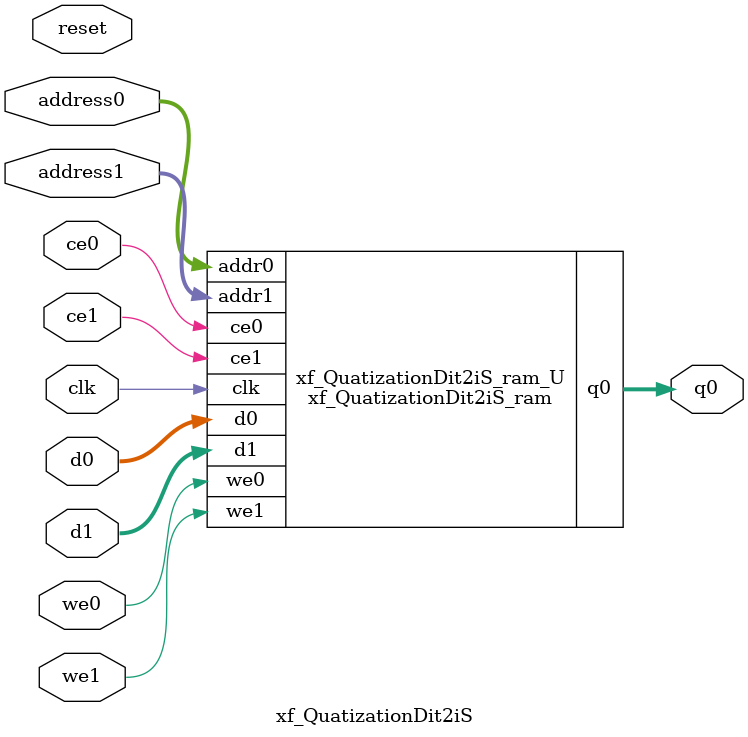
<source format=v>
`timescale 1 ns / 1 ps
module xf_QuatizationDit2iS_ram (addr0, ce0, d0, we0, q0, addr1, ce1, d1, we1,  clk);

parameter DWIDTH = 9;
parameter AWIDTH = 10;
parameter MEM_SIZE = 960;

input[AWIDTH-1:0] addr0;
input ce0;
input[DWIDTH-1:0] d0;
input we0;
output reg[DWIDTH-1:0] q0;
input[AWIDTH-1:0] addr1;
input ce1;
input[DWIDTH-1:0] d1;
input we1;
input clk;

(* ram_style = "block" *)reg [DWIDTH-1:0] ram[0:MEM_SIZE-1];




always @(posedge clk)  
begin 
    if (ce0) begin
        if (we0) 
            ram[addr0] <= d0; 
        q0 <= ram[addr0];
    end
end


always @(posedge clk)  
begin 
    if (ce1) begin
        if (we1) 
            ram[addr1] <= d1; 
    end
end


endmodule

`timescale 1 ns / 1 ps
module xf_QuatizationDit2iS(
    reset,
    clk,
    address0,
    ce0,
    we0,
    d0,
    q0,
    address1,
    ce1,
    we1,
    d1);

parameter DataWidth = 32'd9;
parameter AddressRange = 32'd960;
parameter AddressWidth = 32'd10;
input reset;
input clk;
input[AddressWidth - 1:0] address0;
input ce0;
input we0;
input[DataWidth - 1:0] d0;
output[DataWidth - 1:0] q0;
input[AddressWidth - 1:0] address1;
input ce1;
input we1;
input[DataWidth - 1:0] d1;



xf_QuatizationDit2iS_ram xf_QuatizationDit2iS_ram_U(
    .clk( clk ),
    .addr0( address0 ),
    .ce0( ce0 ),
    .we0( we0 ),
    .d0( d0 ),
    .q0( q0 ),
    .addr1( address1 ),
    .ce1( ce1 ),
    .we1( we1 ),
    .d1( d1 ));

endmodule


</source>
